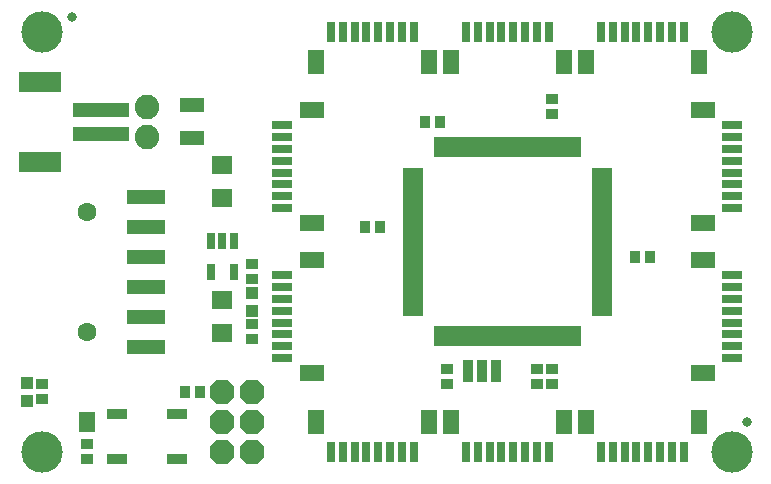
<source format=gbr>
G04 EAGLE Gerber RS-274X export*
G75*
%MOMM*%
%FSLAX34Y34*%
%LPD*%
%INSoldermask Top*%
%IPPOS*%
%AMOC8*
5,1,8,0,0,1.08239X$1,22.5*%
G01*
%ADD10R,1.703200X0.503200*%
%ADD11R,0.503200X1.703200*%
%ADD12P,2.254402X8X112.500000*%
%ADD13R,0.903200X1.903200*%
%ADD14R,1.003200X1.003200*%
%ADD15R,1.103200X0.903200*%
%ADD16R,1.727200X0.965200*%
%ADD17R,0.903200X1.103200*%
%ADD18R,1.803200X1.603200*%
%ADD19R,0.803200X1.753200*%
%ADD20R,1.403200X2.003200*%
%ADD21R,1.753200X0.803200*%
%ADD22R,2.003200X1.403200*%
%ADD23C,3.505200*%
%ADD24R,1.473200X0.838200*%
%ADD25C,2.082800*%
%ADD26R,0.753200X1.403200*%
%ADD27R,2.003200X1.203200*%
%ADD28R,4.803200X1.203200*%
%ADD29R,3.603200X1.803200*%
%ADD30R,3.203200X1.203200*%
%ADD31C,1.603200*%
%ADD32C,0.838200*%


D10*
X339100Y263200D03*
X339100Y258200D03*
X339100Y253200D03*
X339100Y248200D03*
X339100Y243200D03*
X339100Y238200D03*
X339100Y233200D03*
X339100Y228200D03*
X339100Y223200D03*
X339100Y218200D03*
X339100Y213200D03*
X339100Y208200D03*
X339100Y203200D03*
X339100Y198200D03*
X339100Y193200D03*
X339100Y188200D03*
X339100Y183200D03*
X339100Y178200D03*
X339100Y173200D03*
X339100Y168200D03*
X339100Y163200D03*
X339100Y158200D03*
X339100Y153200D03*
X339100Y148200D03*
X339100Y143200D03*
D11*
X359100Y123200D03*
X364100Y123200D03*
X369100Y123200D03*
X374100Y123200D03*
X379100Y123200D03*
X384100Y123200D03*
X389100Y123200D03*
X394100Y123200D03*
X399100Y123200D03*
X404100Y123200D03*
X409100Y123200D03*
X414100Y123200D03*
X419100Y123200D03*
X424100Y123200D03*
X429100Y123200D03*
X434100Y123200D03*
X439100Y123200D03*
X444100Y123200D03*
X449100Y123200D03*
X454100Y123200D03*
X459100Y123200D03*
X464100Y123200D03*
X469100Y123200D03*
X474100Y123200D03*
X479100Y123200D03*
D10*
X499100Y143200D03*
X499100Y148200D03*
X499100Y153200D03*
X499100Y158200D03*
X499100Y163200D03*
X499100Y168200D03*
X499100Y173200D03*
X499100Y178200D03*
X499100Y183200D03*
X499100Y188200D03*
X499100Y193200D03*
X499100Y198200D03*
X499100Y203200D03*
X499100Y208200D03*
X499100Y213200D03*
X499100Y218200D03*
X499100Y223200D03*
X499100Y228200D03*
X499100Y233200D03*
X499100Y238200D03*
X499100Y243200D03*
X499100Y248200D03*
X499100Y253200D03*
X499100Y258200D03*
X499100Y263200D03*
D11*
X479100Y283200D03*
X474100Y283200D03*
X469100Y283200D03*
X464100Y283200D03*
X459100Y283200D03*
X454100Y283200D03*
X449100Y283200D03*
X444100Y283200D03*
X439100Y283200D03*
X434100Y283200D03*
X429100Y283200D03*
X424100Y283200D03*
X419100Y283200D03*
X414100Y283200D03*
X409100Y283200D03*
X404100Y283200D03*
X399100Y283200D03*
X394100Y283200D03*
X389100Y283200D03*
X384100Y283200D03*
X379100Y283200D03*
X374100Y283200D03*
X369100Y283200D03*
X364100Y283200D03*
X359100Y283200D03*
D12*
X203200Y25400D03*
X177800Y25400D03*
X203200Y50800D03*
X177800Y50800D03*
X203200Y76200D03*
X177800Y76200D03*
D13*
X385510Y93980D03*
X397510Y93980D03*
X409510Y93980D03*
D14*
X203200Y159900D03*
X203200Y144900D03*
D15*
X203200Y120500D03*
X203200Y133500D03*
X457200Y95400D03*
X457200Y82400D03*
X444500Y95400D03*
X444500Y82400D03*
D16*
X88900Y57150D03*
X139700Y57150D03*
X88900Y19050D03*
X139700Y19050D03*
D17*
X362100Y304800D03*
X349100Y304800D03*
D15*
X457200Y311000D03*
X457200Y324000D03*
D17*
X526900Y190500D03*
X539900Y190500D03*
D15*
X203200Y184300D03*
X203200Y171300D03*
D17*
X145900Y76200D03*
X158900Y76200D03*
D18*
X177800Y240000D03*
X177800Y268000D03*
X177800Y125700D03*
X177800Y153700D03*
D19*
X339800Y381000D03*
X329800Y381000D03*
X319800Y381000D03*
X309800Y381000D03*
X299800Y381000D03*
X289800Y381000D03*
X279800Y381000D03*
X269800Y381000D03*
D20*
X256800Y355750D03*
X352800Y355750D03*
D19*
X269800Y25400D03*
X279800Y25400D03*
X289800Y25400D03*
X299800Y25400D03*
X309800Y25400D03*
X319800Y25400D03*
X329800Y25400D03*
X339800Y25400D03*
D20*
X352800Y50650D03*
X256800Y50650D03*
D21*
X228600Y174700D03*
X228600Y164700D03*
X228600Y154700D03*
X228600Y144700D03*
X228600Y134700D03*
X228600Y124700D03*
X228600Y114700D03*
X228600Y104700D03*
D22*
X253850Y91700D03*
X253850Y187700D03*
D21*
X609600Y231700D03*
X609600Y241700D03*
X609600Y251700D03*
X609600Y261700D03*
X609600Y271700D03*
X609600Y281700D03*
X609600Y291700D03*
X609600Y301700D03*
D22*
X584350Y314700D03*
X584350Y218700D03*
D19*
X568400Y381000D03*
X558400Y381000D03*
X548400Y381000D03*
X538400Y381000D03*
X528400Y381000D03*
X518400Y381000D03*
X508400Y381000D03*
X498400Y381000D03*
D20*
X485400Y355750D03*
X581400Y355750D03*
D14*
X12700Y68700D03*
X12700Y83700D03*
D15*
X25400Y69700D03*
X25400Y82700D03*
D19*
X454100Y381000D03*
X444100Y381000D03*
X434100Y381000D03*
X424100Y381000D03*
X414100Y381000D03*
X404100Y381000D03*
X394100Y381000D03*
X384100Y381000D03*
D20*
X371100Y355750D03*
X467100Y355750D03*
D17*
X311300Y215900D03*
X298300Y215900D03*
D15*
X368300Y95400D03*
X368300Y82400D03*
D21*
X228600Y301700D03*
X228600Y291700D03*
X228600Y281700D03*
X228600Y271700D03*
X228600Y261700D03*
X228600Y251700D03*
X228600Y241700D03*
X228600Y231700D03*
D22*
X253850Y218700D03*
X253850Y314700D03*
D19*
X384100Y25400D03*
X394100Y25400D03*
X404100Y25400D03*
X414100Y25400D03*
X424100Y25400D03*
X434100Y25400D03*
X444100Y25400D03*
X454100Y25400D03*
D20*
X467100Y50650D03*
X371100Y50650D03*
D19*
X498400Y25400D03*
X508400Y25400D03*
X518400Y25400D03*
X528400Y25400D03*
X538400Y25400D03*
X548400Y25400D03*
X558400Y25400D03*
X568400Y25400D03*
D20*
X581400Y50650D03*
X485400Y50650D03*
D23*
X25400Y25400D03*
X609600Y25400D03*
X25400Y381000D03*
X609600Y381000D03*
D15*
X63500Y31900D03*
X63500Y18900D03*
D24*
X63500Y46681D03*
X63500Y54919D03*
D25*
X114300Y317500D03*
X114300Y292100D03*
D21*
X609600Y104700D03*
X609600Y114700D03*
X609600Y124700D03*
X609600Y134700D03*
X609600Y144700D03*
X609600Y154700D03*
X609600Y164700D03*
X609600Y174700D03*
D22*
X584350Y187700D03*
X584350Y91700D03*
D26*
X187300Y203501D03*
X177800Y203501D03*
X168300Y203501D03*
X168300Y177499D03*
X187300Y177499D03*
D27*
X152400Y318800D03*
X152400Y290800D03*
D28*
X75100Y294800D03*
X75100Y314800D03*
D29*
X23100Y270800D03*
X23100Y338800D03*
D30*
X113500Y165100D03*
X113500Y139700D03*
X113500Y114300D03*
X113500Y190500D03*
X113500Y215900D03*
X113500Y241300D03*
D31*
X63500Y228600D03*
X63500Y127000D03*
D32*
X50800Y393700D03*
X622300Y50800D03*
M02*

</source>
